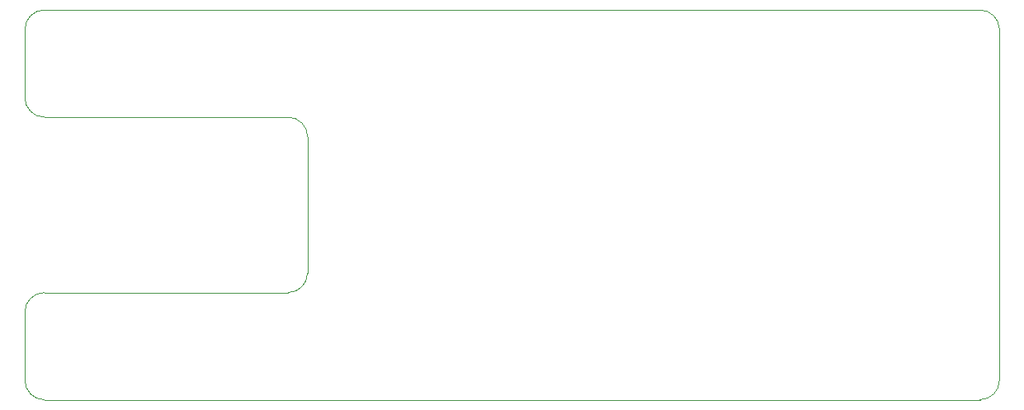
<source format=gbr>
%TF.GenerationSoftware,KiCad,Pcbnew,(6.0.0)*%
%TF.CreationDate,2024-01-04T18:13:25+01:00*%
%TF.ProjectId,Differential_Probe_v1r1,44696666-6572-4656-9e74-69616c5f5072,rev?*%
%TF.SameCoordinates,Original*%
%TF.FileFunction,Profile,NP*%
%FSLAX46Y46*%
G04 Gerber Fmt 4.6, Leading zero omitted, Abs format (unit mm)*
G04 Created by KiCad (PCBNEW (6.0.0)) date 2024-01-04 18:13:25*
%MOMM*%
%LPD*%
G01*
G04 APERTURE LIST*
%TA.AperFunction,Profile*%
%ADD10C,0.100000*%
%TD*%
G04 APERTURE END LIST*
D10*
X111000000Y-107000000D02*
X111000000Y-100000000D01*
X113000000Y-127000000D02*
X138000000Y-127000000D01*
X111000000Y-107000000D02*
G75*
G03*
X113000000Y-109000000I1999999J-1D01*
G01*
X140000000Y-111000000D02*
G75*
G03*
X138000000Y-109000000I-1999999J1D01*
G01*
X113000000Y-98000000D02*
G75*
G03*
X111000000Y-100000000I-1J-1999999D01*
G01*
X111000000Y-136000000D02*
G75*
G03*
X113000000Y-138000000I1999999J-1D01*
G01*
X209000000Y-138000000D02*
G75*
G03*
X211000000Y-136000000I1J1999999D01*
G01*
X113000000Y-98000000D02*
X209000000Y-98000000D01*
X138000000Y-109000000D02*
X113000000Y-109000000D01*
X138000000Y-127000000D02*
G75*
G03*
X140000000Y-125000000I1J1999999D01*
G01*
X111000000Y-136000000D02*
X111000000Y-129000000D01*
X113000000Y-127000000D02*
G75*
G03*
X111000000Y-129000000I-1J-1999999D01*
G01*
X211000000Y-100000000D02*
G75*
G03*
X209000000Y-98000000I-1999999J1D01*
G01*
X211000000Y-100000000D02*
X211000000Y-136000000D01*
X209000000Y-138000000D02*
X113000000Y-138000000D01*
X140000000Y-125000000D02*
X140000000Y-111000000D01*
M02*

</source>
